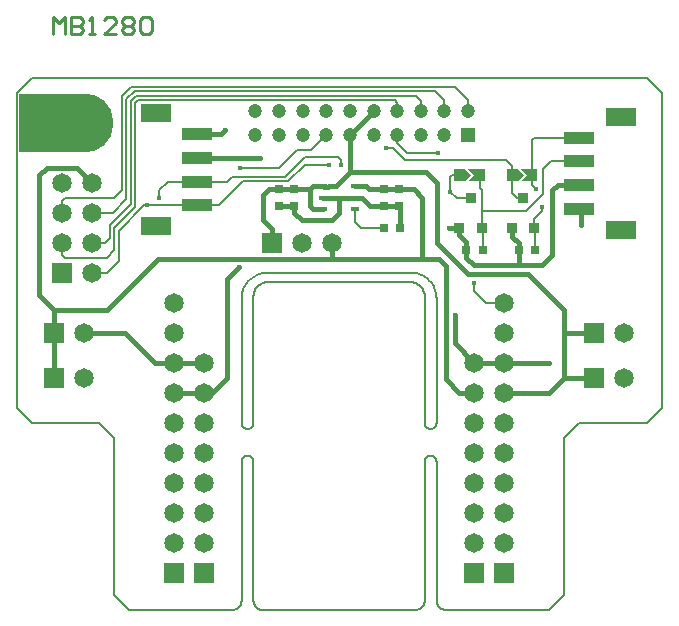
<source format=gbr>
%FSTAX23Y23*%
%MOIN*%
%SFA1B1*%

%IPPOS*%
%ADD10R,0.102360X0.061020*%
%ADD11R,0.102360X0.039370*%
%ADD12R,0.030000X0.016000*%
%ADD13R,0.030000X0.030000*%
%ADD14R,0.030000X0.030000*%
%ADD15R,0.032000X0.040000*%
%ADD16R,0.035430X0.037400*%
%ADD17R,0.035430X0.037400*%
%ADD18R,0.236220X0.196850*%
%ADD19C,0.005000*%
%ADD20C,0.015000*%
%ADD21C,0.010000*%
%ADD22C,0.065000*%
%ADD23R,0.065000X0.065000*%
%ADD24C,0.047240*%
%ADD25R,0.047240X0.047240*%
%ADD26R,0.065000X0.065000*%
%ADD27C,0.196850*%
%ADD28C,0.016000*%
%LNmb1280-1*%
%LPD*%
G36*
X01535Y-00325D02*
Y-00345D01*
X01505*
X01525Y-00325*
X01505Y-00305*
X01535*
Y-00325*
G37*
G36*
X01515D02*
X01495Y-00345D01*
X01485*
Y-00305*
X01495*
X01515Y-00325*
G37*
G36*
X0171D02*
Y-00345D01*
X0168*
X017Y-00325*
X0168Y-00305*
X0171*
Y-00325*
G37*
G36*
X0169D02*
X0167Y-00345D01*
X0166*
Y-00305*
X0167*
X0169Y-00325*
G37*
G54D10*
X02012Y-00129D03*
Y-00507D03*
X00462Y-00117D03*
Y-00495D03*
G54D11*
X01875Y-002D03*
Y-00278D03*
Y-00357D03*
Y-00436D03*
X006Y-00188D03*
Y-00267D03*
Y-00346D03*
Y-00425D03*
G54D12*
X01128Y-00362D03*
Y-00437D03*
X01021Y-004D03*
Y-00437D03*
Y-00362D03*
G54D13*
X01275Y-00427D03*
Y-00372D03*
X00875Y-00427D03*
Y-00372D03*
X01225Y-00427D03*
Y-00372D03*
X00925D03*
Y-00427D03*
G54D14*
X01727Y-00575D03*
X01672D03*
X01552D03*
X01497D03*
X01222Y-005D03*
X01277D03*
G54D15*
X01542Y-00325D03*
X01475D03*
X01717D03*
X0165D03*
G54D16*
X01475Y-005D03*
X01512Y-00401D03*
X0165Y-005D03*
X01687Y-00401D03*
G54D17*
X0155Y-005D03*
X01725D03*
G54D18*
X00125Y-0015D03*
G54D19*
X0031Y-0049D02*
X0038Y-0042D01*
X0031Y-00535D02*
Y-0049D01*
X00295Y-0055D02*
X0031Y-00535D01*
X0025Y-0055D02*
X00295D01*
X00425Y-00425D02*
X00435D01*
X0034Y-0051D02*
X00425Y-00425D01*
X0034Y-0061D02*
Y-0051D01*
X003Y-0065D02*
X0034Y-0061D01*
X0025Y-0065D02*
X003D01*
X00435Y-00425D02*
X006D01*
X00475Y-004D02*
Y-00375D01*
X00503Y-00346*
X006*
X01717Y-00357D02*
Y-00325D01*
Y-00357D02*
X0173Y-0037D01*
X01725Y-005D02*
Y-0047D01*
X0175Y-00445*
Y-0043*
X0096Y-00265D02*
X0107D01*
X0108Y-00275*
Y-0029D02*
Y-00275D01*
X013Y-0025D02*
X01405D01*
X01268Y-00218D02*
X013Y-0025D01*
X01268Y-00218D02*
Y-00189D01*
X01295Y-00275D02*
X0163D01*
X01255Y-00235D02*
X01295Y-00275D01*
X0123Y-00235D02*
X01255D01*
X0038Y-00029D02*
X01459D01*
X01504Y-00074*
Y-0011D02*
Y-00074D01*
X00392Y-00044D02*
X01394D01*
X01425Y-00075*
Y-0011D02*
Y-00075D01*
X00398Y-00059D02*
X01329D01*
X01346Y-00076*
Y-0011D02*
Y-00076D01*
X00938Y-00074D02*
X01259D01*
X01268Y-0011D02*
Y-00083D01*
X01259Y-00074D02*
X01268Y-00083D01*
X0016Y-006D02*
X003D01*
X0015Y-0059D02*
X0016Y-006D01*
X0015Y-0059D02*
Y-0055D01*
X0016Y-004D02*
X00325D01*
X0035Y-00375D02*
Y-0006D01*
X00325Y-004D02*
X0035Y-00375D01*
X00365Y-00405D02*
Y-00072D01*
X0032Y-0045D02*
X00365Y-00405D01*
X0025Y-0045D02*
X0032D01*
X0015Y-0041D02*
X0016Y-004D01*
X0015Y-0045D02*
Y-0041D01*
X01525Y-0071D02*
Y-00685D01*
Y-0071D02*
X01565Y-0075D01*
X01625*
X0163Y-00275D02*
X0165Y-00295D01*
Y-00325D02*
Y-00295D01*
Y-00385D02*
Y-00325D01*
X01666Y-00401D02*
X01687D01*
X0165Y-00385D02*
X01666Y-00401D01*
X01725Y-005D02*
X01727Y-00502D01*
Y-00575D02*
Y-00502D01*
X0155Y-005D02*
Y-00445D01*
X01698*
X01755Y-00388*
X01781Y-00278D02*
X01875D01*
X0155Y-00445D02*
Y-00375D01*
X01755Y-00388D02*
Y-00305D01*
X01781Y-00278*
X00745Y-003D02*
X00875D01*
X00981Y-0024D02*
X01031Y-00189D01*
X00935Y-0024D02*
X00981D01*
X00875Y-003D02*
X00935Y-0024D01*
X00716Y-0033D02*
X00895D01*
X007Y-00346D02*
X00716Y-0033D01*
X01725Y-002D02*
X01875D01*
X01717Y-00207D02*
X01725Y-002D01*
X01717Y-00325D02*
Y-00207D01*
X01542Y-00367D02*
X0155Y-00375D01*
X01542Y-00367D02*
Y-00325D01*
X0155Y-005D02*
X01552Y-00502D01*
Y-00575D02*
Y-00502D01*
X0145Y-00325D02*
X01475D01*
X01445Y-0033D02*
X0145Y-00325D01*
X01445Y-0038D02*
Y-0033D01*
Y-0038D02*
X01466Y-00401D01*
X01512*
X00895Y-0033D02*
X0096Y-00265D01*
Y-0029D02*
X0104D01*
X00905Y-00345D02*
X0096Y-0029D01*
X00675Y-00425D02*
X00755Y-00345D01*
X00905*
X01147Y-005D02*
X01222D01*
X01128Y-0048D02*
X01147Y-005D01*
X01128Y-0048D02*
Y-00437D01*
X0035Y-0006D02*
X0038Y-00029D01*
X00365Y-00072D02*
X00392Y-00044D01*
X0038Y-0042D02*
Y-00078D01*
X00398Y-00059*
X00405Y-00074D02*
X00889D01*
X00325Y-005D02*
X00395Y-0043D01*
Y-00084D02*
X00405Y-00074D01*
X00395Y-0043D02*
Y-00084D01*
X00325Y-00575D02*
Y-005D01*
X003Y-006D02*
X00325Y-00575D01*
X00937Y-00075D02*
X00938Y-00074D01*
X00889Y-00075D02*
X00937D01*
X00889Y-00074D02*
X00889Y-00075D01*
X006Y-00425D02*
X00675D01*
X006Y-00346D02*
X007D01*
X01399Y-01741D02*
D01*
X01399Y-01744*
X01399Y-01746*
X01399Y-01748*
X014Y-0175*
X01401Y-01753*
X01401Y-01755*
X01402Y-01757*
X01404Y-01759*
X01405Y-01761*
X01406Y-01763*
X01408Y-01764*
X0141Y-01766*
X01411Y-01767*
X01413Y-01769*
X01415Y-0177*
X01417Y-01771*
X01419Y-01772*
X01422Y-01773*
X01424Y-01774*
X01426Y-01774*
X01428Y-01774*
X01431Y-01774*
X01432Y-01775*
X00749Y-0115D02*
D01*
X00749Y-01151*
X00749Y-01153*
X00749Y-01154*
X0075Y-01155*
X0075Y-01157*
X00751Y-01158*
X00751Y-01159*
X00752Y-0116*
X00753Y-01161*
X00754Y-01163*
X00754Y-01164*
X00755Y-01165*
X00756Y-01165*
X00758Y-01166*
X00759Y-01167*
X0076Y-01168*
X00761Y-01168*
X00763Y-01169*
X00764Y-01169*
X00765Y-01169*
X00767Y-01169*
X00768Y-0117*
X00769*
X00771Y-01169*
X00772Y-01169*
X00773Y-01169*
X00775Y-01169*
X00776Y-01168*
X00777Y-01168*
X00778Y-01167*
X0078Y-01166*
X00781Y-01165*
X00782Y-01165*
X00783Y-01164*
X00784Y-01163*
X00785Y-01161*
X00785Y-0116*
X00786Y-01159*
X00787Y-01158*
X00787Y-01157*
X00788Y-01155*
X00788Y-01154*
X00788Y-01153*
X00788Y-01151*
X00788Y-0115*
X00835Y-0065D02*
D01*
X00829Y-0065*
X00823Y-00651*
X00817Y-00652*
X00811Y-00653*
X00806Y-00655*
X008Y-00657*
X00795Y-0066*
X0079Y-00663*
X00785Y-00666*
X0078Y-0067*
X00775Y-00674*
X00771Y-00678*
X00767Y-00683*
X00764Y-00688*
X0076Y-00693*
X00758Y-00698*
X00755Y-00704*
X00753Y-0071*
X00751Y-00715*
X0075Y-00721*
X00749Y-00727*
X00749Y-00733*
X00749Y-00736*
X00835Y-00681D02*
D01*
X00832Y-00682*
X00829Y-00682*
X00825Y-00682*
X00822Y-00683*
X00819Y-00684*
X00816Y-00685*
X00813Y-00687*
X0081Y-00689*
X00808Y-0069*
X00805Y-00692*
X00803Y-00695*
X008Y-00697*
X00798Y-00699*
X00796Y-00702*
X00795Y-00705*
X00793Y-00708*
X00792Y-00711*
X00791Y-00714*
X0079Y-00717*
X00789Y-0072*
X00789Y-00723*
X00788Y-00727*
X00788Y-00728*
X01359D02*
D01*
X01359Y-00725*
X01359Y-00722*
X01358Y-00718*
X01357Y-00715*
X01356Y-00712*
X01355Y-00709*
X01354Y-00706*
X01352Y-00703*
X0135Y-00701*
X01348Y-00698*
X01346Y-00696*
X01344Y-00693*
X01341Y-00691*
X01338Y-00689*
X01336Y-00688*
X01333Y-00686*
X0133Y-00685*
X01327Y-00684*
X01324Y-00683*
X0132Y-00682*
X01317Y-00682*
X01314Y-00681*
X01312Y-00681*
X01399Y-00734D02*
D01*
X01398Y-00729*
X01398Y-00723*
X01397Y-00717*
X01395Y-00711*
X01393Y-00706*
X01391Y-007*
X01389Y-00695*
X01386Y-0069*
X01382Y-00685*
X01379Y-0068*
X01375Y-00676*
X01371Y-00672*
X01366Y-00668*
X01361Y-00664*
X01356Y-00661*
X01351Y-00658*
X01346Y-00656*
X0134Y-00654*
X01334Y-00652*
X01329Y-00651*
X01323Y-0065*
X01317Y-0065*
X01314Y-0065*
X01359Y-0115D02*
D01*
X01359Y-01151*
X01359Y-01153*
X0136Y-01154*
X0136Y-01155*
X0136Y-01157*
X01361Y-01158*
X01361Y-01159*
X01362Y-0116*
X01363Y-01161*
X01364Y-01163*
X01365Y-01164*
X01366Y-01165*
X01367Y-01165*
X01368Y-01166*
X01369Y-01167*
X0137Y-01168*
X01371Y-01168*
X01373Y-01169*
X01374Y-01169*
X01375Y-01169*
X01377Y-01169*
X01378Y-0117*
X0138*
X01381Y-01169*
X01382Y-01169*
X01384Y-01169*
X01385Y-01169*
X01386Y-01168*
X01387Y-01168*
X01389Y-01167*
X0139Y-01166*
X01391Y-01165*
X01392Y-01165*
X01393Y-01164*
X01394Y-01163*
X01395Y-01161*
X01396Y-0116*
X01396Y-01159*
X01397Y-01158*
X01397Y-01157*
X01398Y-01155*
X01398Y-01154*
X01398Y-01153*
X01398Y-01151*
X01399Y-0115*
Y-01278D02*
D01*
X01398Y-01277*
X01398Y-01276*
X01398Y-01274*
X01398Y-01273*
X01397Y-01272*
X01397Y-0127*
X01396Y-01269*
X01396Y-01268*
X01395Y-01267*
X01394Y-01266*
X01393Y-01265*
X01392Y-01264*
X01391Y-01263*
X0139Y-01262*
X01389Y-01261*
X01387Y-01261*
X01386Y-0126*
X01385Y-0126*
X01384Y-01259*
X01382Y-01259*
X01381Y-01259*
X0138Y-01259*
X01378*
X01377Y-01259*
X01375Y-01259*
X01374Y-01259*
X01373Y-0126*
X01371Y-0126*
X0137Y-01261*
X01369Y-01261*
X01368Y-01262*
X01367Y-01263*
X01366Y-01264*
X01365Y-01265*
X01364Y-01266*
X01363Y-01267*
X01362Y-01268*
X01361Y-01269*
X01361Y-0127*
X0136Y-01272*
X0136Y-01273*
X0136Y-01274*
X01359Y-01276*
X01359Y-01277*
X01359Y-01278*
X00716Y-01775D02*
D01*
X00718Y-01774*
X0072Y-01774*
X00723Y-01774*
X00725Y-01773*
X00727Y-01772*
X00729Y-01772*
X00731Y-01771*
X00733Y-01769*
X00735Y-01768*
X00737Y-01767*
X00739Y-01765*
X0074Y-01763*
X00742Y-01762*
X00743Y-0176*
X00744Y-01758*
X00746Y-01756*
X00746Y-01754*
X00747Y-01751*
X00748Y-01749*
X00748Y-01747*
X00749Y-01745*
X00749Y-01742*
X00749Y-01741*
X00788Y-01278D02*
D01*
X00788Y-01277*
X00788Y-01276*
X00788Y-01274*
X00788Y-01273*
X00787Y-01272*
X00787Y-0127*
X00786Y-01269*
X00785Y-01268*
X00785Y-01267*
X00784Y-01266*
X00783Y-01265*
X00782Y-01264*
X00781Y-01263*
X0078Y-01262*
X00778Y-01261*
X00777Y-01261*
X00776Y-0126*
X00775Y-0126*
X00773Y-01259*
X00772Y-01259*
X00771Y-01259*
X00769Y-01259*
X00768*
X00767Y-01259*
X00765Y-01259*
X00764Y-01259*
X00763Y-0126*
X00761Y-0126*
X0076Y-01261*
X00759Y-01261*
X00758Y-01262*
X00756Y-01263*
X00755Y-01264*
X00754Y-01265*
X00754Y-01266*
X00753Y-01267*
X00752Y-01268*
X00751Y-01269*
X00751Y-0127*
X0075Y-01272*
X0075Y-01273*
X00749Y-01274*
X00749Y-01276*
X00749Y-01277*
X00749Y-01278*
X00788Y-01741D02*
D01*
X00788Y-01744*
X00789Y-01746*
X00789Y-01748*
X0079Y-0175*
X0079Y-01753*
X00791Y-01755*
X00792Y-01757*
X00793Y-01759*
X00795Y-01761*
X00796Y-01763*
X00798Y-01764*
X00799Y-01766*
X00801Y-01767*
X00803Y-01769*
X00805Y-0177*
X00807Y-01771*
X00809Y-01772*
X00811Y-01773*
X00814Y-01774*
X00816Y-01774*
X00818Y-01774*
X0082Y-01774*
X00822Y-01775*
X01326D02*
D01*
X01328Y-01774*
X0133Y-01774*
X01333Y-01774*
X01335Y-01773*
X01337Y-01772*
X01339Y-01772*
X01341Y-01771*
X01343Y-01769*
X01345Y-01768*
X01347Y-01767*
X01349Y-01765*
X01351Y-01763*
X01352Y-01762*
X01353Y-0176*
X01355Y-01758*
X01356Y-01756*
X01357Y-01754*
X01358Y-01751*
X01358Y-01749*
X01359Y-01747*
X01359Y-01745*
X01359Y-01742*
X01359Y-01741*
X00749Y-0115D02*
Y-00736D01*
X00788Y-0115D02*
Y-00728D01*
X00835Y-00681D02*
X01312D01*
X00835Y-0065D02*
X01314D01*
X01359Y-0115D02*
Y-00728D01*
X01399Y-0115D02*
Y-00734D01*
X00275Y-0115D02*
X00325Y-012D01*
X0005Y-0115D02*
X00275D01*
X0Y-011D02*
X0005Y-0115D01*
X01875D02*
X021D01*
X0215Y-011*
X01825Y-012D02*
X01875Y-0115D01*
X01359Y-01741D02*
Y-0128D01*
X01399D02*
X01399Y-01741D01*
X00749D02*
Y-0128D01*
X00788Y-01741D02*
Y-0128D01*
X00822Y-01775D02*
X01326D01*
X0Y-0005D02*
X0005Y0D01*
X0Y-011D02*
Y-0005D01*
X00375Y-01775D02*
X00716D01*
X00325Y-01725D02*
X00375Y-01775D01*
X00325Y-01725D02*
Y-012D01*
X01775Y-01775D02*
X01825Y-01725D01*
X01432Y-01775D02*
X01775D01*
X01825Y-01725D02*
Y-012D01*
X0005Y0D02*
X021D01*
X0215Y-0005*
Y-011D02*
Y-0005D01*
G54D20*
X01625Y-0095D02*
X01775D01*
X01525D02*
X01625D01*
X0146Y-00885D02*
Y-0079D01*
Y-00885D02*
X01525Y-0095D01*
X01277Y-005D02*
Y-0043D01*
X00681Y-00188D02*
X00695Y-00175D01*
X006Y-00188D02*
X00681D01*
X00525Y-0095D02*
X00625D01*
X0046D02*
X00525D01*
X0036Y-0085D02*
X0046Y-0095D01*
X00225Y-0085D02*
X0036D01*
X007Y-007D02*
Y-00671D01*
Y-01D02*
Y-007D01*
Y-00671D02*
X0074Y-0063D01*
X0047Y-00605D02*
X0105D01*
X0082Y-00475D02*
Y-00392D01*
X0085Y-0055D02*
Y-00505D01*
X0082Y-00475D02*
X0085Y-00505D01*
X0084Y-00372D02*
X00875D01*
X0082Y-00392D02*
X0084Y-00372D01*
X01705Y-00655D02*
X01825Y-00775D01*
X014Y-0055D02*
Y-00351D01*
X01505Y-00655D02*
X01705D01*
X014Y-0055D02*
X01505Y-00655D01*
X01522Y-00625D02*
X0175D01*
X01672Y-00622D02*
Y-00575D01*
X01497D02*
Y-00547D01*
Y-006D02*
Y-00575D01*
Y-006D02*
X01522Y-00625D01*
X01475Y-00525D02*
X01497Y-00547D01*
X01475Y-00525D02*
Y-005D01*
X0144D02*
X01475D01*
X0175Y-00625D02*
X01785Y-0059D01*
Y-00375*
X01802Y-00357D02*
X01875D01*
X01785Y-00375D02*
X01802Y-00357D01*
X0165Y-0053D02*
Y-005D01*
Y-0053D02*
X01672Y-00552D01*
Y-00575D02*
Y-00552D01*
X0188Y-0049D02*
Y-00441D01*
X01875Y-00436D02*
X0188Y-00441D01*
X006Y-00267D02*
X0081D01*
X0065Y-0105D02*
X007Y-01D01*
X00625Y-0105D02*
X0065D01*
X0111Y-00314D02*
Y-00189D01*
X0105Y-00605D02*
X0135D01*
X0105D02*
Y-0055D01*
X01075Y-004D02*
X0115D01*
X01021D02*
X01075D01*
Y-0045D02*
Y-004D01*
X0105Y-00475D02*
X01075Y-0045D01*
X0095Y-00475D02*
X0105D01*
X00925Y-0045D02*
X0095Y-00475D01*
X00925Y-0045D02*
Y-00427D01*
X00875D02*
X00925D01*
X0115Y-004D02*
X01177Y-00427D01*
X01225*
X01275*
X01277Y-0043*
X00977Y-00427D02*
Y-00372D01*
Y-00427D02*
X00987Y-00437D01*
X01021*
X01363Y-00314D02*
X014Y-00351D01*
X0135Y-00605D02*
X01408D01*
X0135D02*
Y-004D01*
X01322Y-00372D02*
X0135Y-004D01*
X01275Y-00372D02*
X01322D01*
X01175D02*
X01225D01*
X01165Y-00362D02*
X01175Y-00372D01*
X01128Y-00362D02*
X01165D01*
X003Y-00775D02*
X0047Y-00605D01*
X01225Y-00372D02*
X01275D01*
X00925D02*
X00977D01*
X00875D02*
X00925D01*
X00977D02*
X00987Y-00362D01*
X01021*
X01062D02*
X0111Y-00314D01*
X01363*
X01022Y-00363D02*
X01038D01*
X01039Y-00362*
X01062*
X01825Y-0085D02*
Y-00775D01*
Y-01D02*
Y-0085D01*
X01925*
X01825Y-01D02*
X01925D01*
X01625Y-0105D02*
X01775D01*
X01825Y-01*
X00125Y-00775D02*
X003D01*
X00075Y-00725D02*
X00125Y-00775D01*
X00075Y-00725D02*
Y-00325D01*
X001Y-003*
X002*
X0025Y-0035*
X00125Y-0085D02*
Y-00775D01*
Y-01D02*
Y-0085D01*
X0111Y-00189D02*
X01189Y-0011D01*
X00525Y-0105D02*
X00625D01*
X01475D02*
X01525D01*
X0143Y-01005D02*
X01475Y-0105D01*
X0143Y-01005D02*
Y-00626D01*
X01408Y-00605D02*
X0143Y-00626D01*
G54D21*
X0012Y00145D02*
Y00204D01*
X00139Y00184*
X00159Y00204*
Y00145*
X00179Y00204D02*
Y00145D01*
X00209*
X00219Y00155*
Y00164*
X00209Y00174*
X00179*
X00209*
X00219Y00184*
Y00194*
X00209Y00204*
X00179*
X00239Y00145D02*
X00259D01*
X00249*
Y00204*
X00239Y00194*
X00329Y00145D02*
X00289D01*
X00329Y00184*
Y00194*
X00319Y00204*
X00299*
X00289Y00194*
X00349D02*
X00359Y00204D01*
X00379*
X00389Y00194*
Y00184*
X00379Y00174*
X00389Y00164*
Y00155*
X00379Y00145*
X00359*
X00349Y00155*
Y00164*
X00359Y00174*
X00349Y00184*
Y00194*
X00359Y00174D02*
X00379D01*
X00409Y00194D02*
X00419Y00204D01*
X00439*
X00449Y00194*
Y00155*
X00439Y00145*
X00419*
X00409Y00155*
Y00194*
G54D22*
X01525Y-0135D03*
Y-0155D03*
Y-0125D03*
Y-0115D03*
Y-0105D03*
Y-0095D03*
Y-0145D03*
X00625D03*
Y-0095D03*
Y-0105D03*
Y-0115D03*
Y-0125D03*
Y-0155D03*
Y-0135D03*
X0015Y-0055D03*
Y-0045D03*
Y-0035D03*
X0025Y-0065D03*
Y-0055D03*
Y-0045D03*
Y-0035D03*
X01625Y-0105D03*
Y-0085D03*
Y-0075D03*
Y-0115D03*
Y-0095D03*
Y-0125D03*
Y-0135D03*
Y-0145D03*
Y-0155D03*
X00525D03*
Y-0145D03*
Y-0135D03*
Y-0125D03*
Y-0095D03*
Y-0115D03*
Y-0075D03*
Y-0085D03*
Y-0105D03*
X00225Y-01D03*
X02025D03*
X0095Y-0055D03*
X0105D03*
X02025Y-0085D03*
X00225D03*
G54D23*
X01525Y-0165D03*
X00625D03*
X0015Y-0065D03*
X01625Y-0165D03*
X00525D03*
X00125Y-01D03*
X01925D03*
Y-0085D03*
X00125D03*
G54D24*
X00795Y-0011D03*
X00874D03*
X00953D03*
X01031D03*
X0111D03*
X01189D03*
X01268D03*
X01346D03*
X01425D03*
X01504D03*
X00795Y-00189D03*
X00874D03*
X00953D03*
X01031D03*
X0111D03*
X01189D03*
X01268D03*
X01346D03*
X01425D03*
G54D25*
X01504Y-00189D03*
G54D26*
X0085Y-0055D03*
G54D27*
X00225Y-0015D03*
G54D28*
X00435Y-00425D03*
X00475Y-004D03*
X0146Y-0079D03*
X01775Y-0095D03*
X0105Y-00475D03*
X00695Y-00175D03*
X0074Y-0063D03*
X0173Y-0037D03*
X0175Y-0043D03*
X01525Y-00685D03*
X0144Y-005D03*
X0188Y-0049D03*
X0123Y-00235D03*
X0081Y-00267D03*
X00745Y-003D03*
X01405Y-0025D03*
X01445Y-0038D03*
X0104Y-0029D03*
X0108D03*
M02*
</source>
